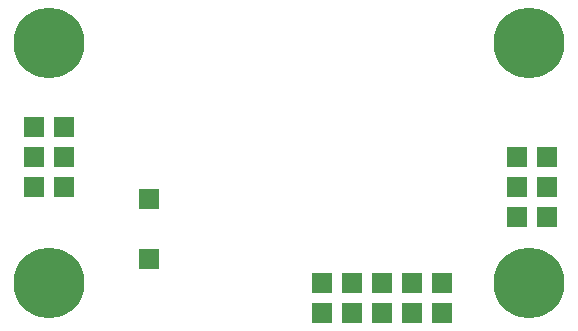
<source format=gbr>
G04 #@! TF.FileFunction,Soldermask,Top*
%FSLAX46Y46*%
G04 Gerber Fmt 4.6, Leading zero omitted, Abs format (unit mm)*
G04 Created by KiCad (PCBNEW 0.201503251001+5534~22~ubuntu14.04.1-product) date Čt 26. březen 2015, 00:25:57 CET*
%MOMM*%
G01*
G04 APERTURE LIST*
%ADD10C,0.100000*%
%ADD11R,1.651000X1.651000*%
%ADD12C,6.000000*%
G04 APERTURE END LIST*
D10*
D11*
X6350000Y13208000D03*
X6350000Y15748000D03*
X6350000Y18288000D03*
X3810000Y18288000D03*
X3810000Y15748000D03*
X3810000Y13208000D03*
X30734000Y5080000D03*
X38354000Y2540000D03*
X33274000Y2540000D03*
X38354000Y5080000D03*
X28194000Y2540000D03*
X30734000Y2540000D03*
X35814000Y2540000D03*
X28194000Y5080000D03*
X35814000Y5080000D03*
X33274000Y5080000D03*
X47244000Y10668000D03*
X47244000Y13208000D03*
X47244000Y15748000D03*
X44704000Y15748000D03*
X44704000Y13208000D03*
X44704000Y10668000D03*
D12*
X45720000Y25400000D03*
X45720000Y5080000D03*
X5080000Y5080000D03*
X5080000Y25400000D03*
D11*
X13543280Y7137400D03*
X13543280Y12217400D03*
M02*

</source>
